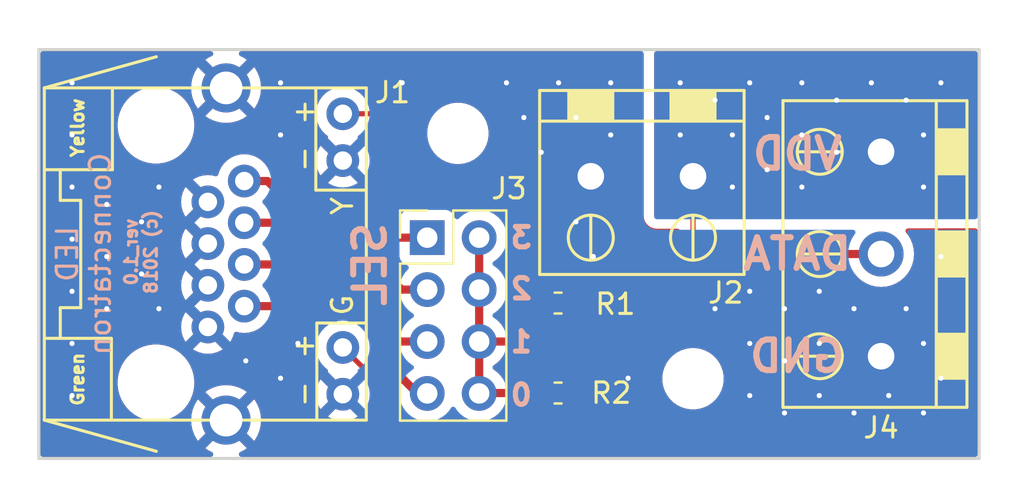
<source format=kicad_pcb>
(kicad_pcb (version 20240108) (generator "pcbnew") (generator_version "8.0")
  (layers (0 "F.Cu" signal) (31 "B.Cu" signal) (34 "B.Paste" user) (35 "F.Paste" user) (36 "B.SilkS" user "B.Silkscreen") (37 "F.SilkS" user "F.Silkscreen") (38 "B.Mask" user) (39 "F.Mask" user) (44 "Edge.Cuts" user))
  (net 0 "")
  (net 1 "GND")
  (net 2 "/D0")
  (net 3 "/D1")
  (net 4 "/D2")
  (net 5 "/D3")
  (net 6 "/DATA")
  (net 7 "VDD")
  (net 8 "Net-(J1-Pad12)")
  (net 9 "Net-(J1-Pad10)")
  (footprint "breakout:RCH-56-31" (layer "F.Cu") (at 92.1 91 -90)
    (property "Reference" "J1" (at -7.9 -9.2 0) (layer "F.SilkS"))
    (property "Value" "RJ45")
    (fp_line (start -8.125 7.83) (end 8.125 7.83) (stroke (width 0.15)) (layer "F.SilkS"))
    (fp_line (start -8.125 7.83) (end -9.65 2.35) (stroke (width 0.15)) (layer "F.SilkS"))
    (fp_line (start 8.125 7.83) (end 9.65 2.35) (stroke (width 0.15)) (layer "F.SilkS"))
    (fp_line (start 8.125 7.83) (end 8.125 -7.92) (stroke (width 0.15)) (layer "F.SilkS"))
    (fp_line (start -2.625 7.05) (end -4.125 7.05) (stroke (width 0.15)) (layer "F.SilkS"))
    (fp_line (start 2.625 7.05) (end 4.125 7.05) (stroke (width 0.15)) (layer "F.SilkS"))
    (fp_line (start -2.625 6.05) (end -2.625 7.05) (stroke (width 0.15)) (layer "F.SilkS"))
    (fp_line (start 2.625 6.05) (end 2.625 7.05) (stroke (width 0.15)) (layer "F.SilkS"))
    (fp_line (start 2.625 6.05) (end -2.625 6.05) (stroke (width 0.15)) (layer "F.SilkS"))
    (fp_line (start 4.125 4.55) (end 4.125 7.8) (stroke (width 0.15)) (layer "F.SilkS"))
    (fp_line (start 8.125 4.55) (end 4.125 4.55) (stroke (width 0.15)) (layer "F.SilkS"))
    (fp_line (start -8.125 4.5) (end -4.125 4.5) (stroke (width 0.15)) (layer "F.SilkS"))
    (fp_line (start -4.125 4.5) (end -4.125 7.8) (stroke (width 0.15)) (layer "F.SilkS"))
    (fp_line (start -8.125 -5.45) (end -3.125 -5.45) (stroke (width 0.15)) (layer "F.SilkS"))
    (fp_line (start -3.125 -5.45) (end -3.125 -7.9) (stroke (width 0.15)) (layer "F.SilkS"))
    (fp_line (start 3.375 -5.5) (end 3.375 -7.9) (stroke (width 0.15)) (layer "F.SilkS"))
    (fp_line (start 8.125 -5.5) (end 3.375 -5.5) (stroke (width 0.15)) (layer "F.SilkS"))
    (fp_line (start -8.125 -7.92) (end -8.125 7.83) (stroke (width 0.15)) (layer "F.SilkS"))
    (fp_line (start 8.125 -7.92) (end -8.125 -7.92) (stroke (width 0.15)) (layer "F.SilkS"))
    (fp_text user "-" (at -4.65 -4.85 -90) (layer "F.SilkS"))
    (fp_text user "Y" (at -2.35 -6.75 -90) (layer "F.SilkS"))
    (fp_text user "Yellow" (at -6.175 6.2 -90) (layer "F.SilkS") (effects (font (size 0.6 0.6))))
    (fp_text user "Green" (at 6.125 6.2 -90) (layer "F.SilkS") (effects (font (size 0.6 0.6))))
    (fp_text user "+" (at -6.95 -4.85 -90) (layer "F.SilkS"))
    (fp_text user "G" (at 2.5 -6.75 -90) (layer "F.SilkS"))
    (fp_text user "+" (at 4.5 -4.85 -90) (layer "F.SilkS"))
    (fp_text user "-" (at 6.85 -4.85 -90) (layer "F.SilkS"))
    (pad "" np_thru_hole circle (at -6.3 2.37 270) (size 3.25 3.25) (drill 3.25) (layers "*.Cu" "*.Mask"))
    (pad "" np_thru_hole circle (at 6.3 2.37 270) (size 3.25 3.25) (drill 3.25) (layers "*.Cu" "*.Mask"))
    (pad "1" thru_hole circle (at 3.57 -0.17 270) (size 1.6 1.6) (drill 0.9) (layers "*.Cu" "*.Mask") (net 1 "GND"))
    (pad "2" thru_hole circle (at 2.55 -1.95 270) (size 1.6 1.6) (drill 0.9) (layers "*.Cu" "*.Mask") (net 2 "/D0"))
    (pad "3" thru_hole circle (at 1.53 -0.17 270) (size 1.6 1.6) (drill 0.9) (layers "*.Cu" "*.Mask") (net 1 "GND"))
    (pad "4" thru_hole circle (at 0.51 -1.95 270) (size 1.6 1.6) (drill 0.9) (layers "*.Cu" "*.Mask") (net 3 "/D1"))
    (pad "5" thru_hole circle (at -0.51 -0.17 270) (size 1.6 1.6) (drill 0.9) (layers "*.Cu" "*.Mask") (net 1 "GND"))
    (pad "6" thru_hole circle (at -1.53 -1.95 270) (size 1.6 1.6) (drill 0.9) (layers "*.Cu" "*.Mask") (net 4 "/D2"))
    (pad "7" thru_hole circle (at -2.55 -0.17 270) (size 1.6 1.6) (drill 0.9) (layers "*.Cu" "*.Mask") (net 1 "GND"))
    (pad "8" thru_hole circle (at -3.57 -1.95 270) (size 1.6 1.6) (drill 0.9) (layers "*.Cu" "*.Mask") (net 5 "/D3"))
    (pad "9" thru_hole circle (at 6.86 -6.77 270) (size 1.6 1.6) (drill 0.9) (layers "*.Cu" "*.Mask") (net 1 "GND"))
    (pad "10" thru_hole circle (at 4.57 -6.77 270) (size 1.6 1.6) (drill 0.9) (layers "*.Cu" "*.Mask") (net 9 "Net-(J1-Pad10)"))
    (pad "11" thru_hole circle (at -4.57 -6.77 270) (size 1.6 1.6) (drill 0.9) (layers "*.Cu" "*.Mask") (net 1 "GND"))
    (pad "12" thru_hole circle (at -6.86 -6.77 270) (size 1.6 1.6) (drill 0.9) (layers "*.Cu" "*.Mask") (net 8 "Net-(J1-Pad12)"))
    (pad "SH" thru_hole circle (at -8.125 -1.06 270) (size 2.4 2.4) (drill 1.6) (layers "*.Cu" "*.Mask") (net 1 "GND"))
    (pad "SH" thru_hole circle (at 8.125 -1.06 270) (size 2.4 2.4) (drill 1.6) (layers "*.Cu" "*.Mask") (net 1 "GND"))
  )
  (footprint "Resistor_SMD:R_0603_1608Metric_Pad1.05x0.95mm_HandSolder" (layer "F.Cu") (at 109.4 97.8 180)
    (property "Reference" "R2" (at -2.6 0 180) (layer "F.SilkS"))
    (property "Value" "220")
    (fp_line (start -0.171267 0.51) (end 0.171267 0.51) (stroke (width 0.12)) (layer "F.SilkS"))
    (fp_line (start -0.171267 -0.51) (end 0.171267 -0.51) (stroke (width 0.12)) (layer "F.SilkS"))
    (pad "1" smd roundrect (at -0.875 0 180) (size 1.05 0.95) (layers "F.Cu" "F.Paste" "F.Mask") (net 9 "Net-(J1-Pad10)"))
    (pad "2" smd roundrect (at 0.875 0 180) (size 1.05 0.95) (layers "F.Cu" "F.Paste" "F.Mask") (net 6 "/DATA"))
  )
  (footprint "Resistor_SMD:R_0603_1608Metric_Pad1.05x0.95mm_HandSolder" (layer "F.Cu") (at 109.4 93.4)
    (property "Reference" "R1" (at 2.8 0.05 0) (layer "F.SilkS"))
    (property "Value" "220")
    (fp_line (start -0.171267 -0.51) (end 0.171267 -0.51) (stroke (width 0.12)) (layer "F.SilkS"))
    (fp_line (start -0.171267 0.51) (end 0.171267 0.51) (stroke (width 0.12)) (layer "F.SilkS"))
    (pad "1" smd roundrect (at -0.875 0) (size 1.05 0.95) (layers "F.Cu" "F.Paste" "F.Mask") (net 8 "Net-(J1-Pad12)"))
    (pad "2" smd roundrect (at 0.875 0) (size 1.05 0.95) (layers "F.Cu" "F.Paste" "F.Mask") (net 7 "VDD"))
  )
  (footprint "MountingHole:MountingHole_2.5mm" (layer "F.Cu") (at 104.5 85.1)
    (property "Reference" "MH2" (hide yes))
    (property "Value" "MountingHole")
    (pad "" np_thru_hole circle (at 0 0) (size 2.5 2.5) (drill 2.5) (layers "*.Cu" "*.Mask"))
  )
  (footprint "breakout:WJ300V-5.0-3P" (layer "F.Cu") (at 125.2 91 90)
    (property "Reference" "J4" (at -8.5 0 180) (layer "F.SilkS"))
    (property "Value" "Screw_Terminal_01x02")
    (fp_line (start -7.5 -4.8) (end 7.5 -4.8) (stroke (width 0.15)) (layer "F.SilkS"))
    (fp_line (start -7.5 -4.8) (end -7.5 4.2) (stroke (width 0.15)) (layer "F.SilkS"))
    (fp_line (start 0 -4.101135) (end 0 -1.898865) (stroke (width 0.15)) (layer "F.SilkS"))
    (fp_line (start 5 -4.1) (end 5 -1.9) (stroke (width 0.15)) (layer "F.SilkS"))
    (fp_line (start -5 -4.1) (end -5 -1.9) (stroke (width 0.15)) (layer "F.SilkS"))
    (fp_line (start -7.5 2.7) (end 7.5 2.7) (stroke (width 0.15)) (layer "F.SilkS"))
    (fp_line (start 7.5 4.2) (end 7.5 -4.8) (stroke (width 0.15)) (layer "F.SilkS"))
    (fp_line (start -7.5 4.2) (end 7.5 4.2) (stroke (width 0.15)) (layer "F.SilkS"))
    (fp_circle (center 5 -3) (end 6.1 -3) (stroke (width 0.15)) (fill none) (layer "F.SilkS"))
    (fp_circle (center 0 -3) (end 1.1 -2.95) (stroke (width 0.15)) (fill none) (layer "F.SilkS"))
    (fp_circle (center -5 -3) (end -6.1 -3) (stroke (width 0.15)) (fill none) (layer "F.SilkS"))
    (fp_poly (pts (xy 3.9 2.7) (xy 6.1 2.7) (xy 6.1 4.2) (xy 3.9 4.2)) (stroke (width 0.1)) (fill solid) (layer "F.SilkS"))
    (fp_poly (pts (xy -1.1 2.7) (xy 1.1 2.7) (xy 1.1 4.2) (xy -1.1 4.2)) (stroke (width 0.1)) (fill solid) (layer "F.SilkS"))
    (fp_poly (pts (xy -6.1 2.7) (xy -3.9 2.7) (xy -3.9 4.2) (xy -6.1 4.2)) (stroke (width 0.1)) (fill solid) (layer "F.SilkS"))
    (pad "1" thru_hole circle (at -5 0 90) (size 2.2 2.2) (drill 1.3) (layers "*.Cu" "*.Mask") (net 1 "GND"))
    (pad "2" thru_hole circle (at 0 0 90) (size 2.2 2.2) (drill 1.3) (layers "*.Cu" "*.Mask") (net 6 "/DATA"))
    (pad "3" thru_hole circle (at 5 0 90) (size 2.2 2.2) (drill 1.3) (layers "*.Cu" "*.Mask") (net 7 "VDD"))
  )
  (footprint "Connector_PinHeader_2.54mm:PinHeader_2x04_P2.54mm_Vertical" (layer "F.Cu") (at 103 90.2)
    (property "Reference" "J3" (at 4 -2.4 0) (layer "F.SilkS"))
    (property "Value" "Conn_02x04_Counter_Clockwise")
    (fp_line (start -1.33 -1.33) (end 0 -1.33) (stroke (width 0.12)) (layer "F.SilkS"))
    (fp_line (start -1.33 0) (end -1.33 -1.33) (stroke (width 0.12)) (layer "F.SilkS"))
    (fp_line (start -1.33 1.27) (end -1.33 8.95) (stroke (width 0.12)) (layer "F.SilkS"))
    (fp_line (start -1.33 1.27) (end 1.27 1.27) (stroke (width 0.12)) (layer "F.SilkS"))
    (fp_line (start -1.33 8.95) (end 3.87 8.95) (stroke (width 0.12)) (layer "F.SilkS"))
    (fp_line (start 1.27 -1.33) (end 3.87 -1.33) (stroke (width 0.12)) (layer "F.SilkS"))
    (fp_line (start 1.27 1.27) (end 1.27 -1.33) (stroke (width 0.12)) (layer "F.SilkS"))
    (fp_line (start 3.87 -1.33) (end 3.87 8.95) (stroke (width 0.12)) (layer "F.SilkS"))
    (pad "1" thru_hole rect (at 0 0) (size 1.7 1.7) (drill 1) (layers "*.Cu" "*.Mask") (net 5 "/D3"))
    (pad "2" thru_hole oval (at 2.54 0) (size 1.7 1.7) (drill 1) (layers "*.Cu" "*.Mask") (net 6 "/DATA"))
    (pad "3" thru_hole oval (at 0 2.54) (size 1.7 1.7) (drill 1) (layers "*.Cu" "*.Mask") (net 4 "/D2"))
    (pad "4" thru_hole oval (at 2.54 2.54) (size 1.7 1.7) (drill 1) (layers "*.Cu" "*.Mask") (net 6 "/DATA"))
    (pad "5" thru_hole oval (at 0 5.08) (size 1.7 1.7) (drill 1) (layers "*.Cu" "*.Mask") (net 3 "/D1"))
    (pad "6" thru_hole oval (at 2.54 5.08) (size 1.7 1.7) (drill 1) (layers "*.Cu" "*.Mask") (net 6 "/DATA"))
    (pad "7" thru_hole oval (at 0 7.62) (size 1.7 1.7) (drill 1) (layers "*.Cu" "*.Mask") (net 2 "/D0"))
    (pad "8" thru_hole oval (at 2.54 7.62) (size 1.7 1.7) (drill 1) (layers "*.Cu" "*.Mask") (net 6 "/DATA"))
  )
  (footprint "breakout:WJ300V-5.0-2P" (layer "F.Cu") (at 113.5 87.2 180)
    (property "Reference" "J2" (at -4.1 -5.7 180) (layer "F.SilkS"))
    (property "Value" "Screw_Terminal_01x02")
    (fp_line (start 5 4.2) (end 5 -4.8) (stroke (width 0.15)) (layer "F.SilkS"))
    (fp_line (start 2.5 -4.101135) (end 2.5 -1.898865) (stroke (width 0.15)) (layer "F.SilkS"))
    (fp_line (start -2.5 -4.1) (end -2.5 -1.9) (stroke (width 0.15)) (layer "F.SilkS"))
    (fp_line (start -5 4.2) (end 5 4.2) (stroke (width 0.15)) (layer "F.SilkS"))
    (fp_line (start -5 2.7) (end 5 2.7) (stroke (width 0.15)) (layer "F.SilkS"))
    (fp_line (start -5 -4.8) (end 5 -4.8) (stroke (width 0.15)) (layer "F.SilkS"))
    (fp_line (start -5 -4.8) (end -5 4.2) (stroke (width 0.15)) (layer "F.SilkS"))
    (fp_circle (center 2.5 -3) (end 3.6 -2.95) (stroke (width 0.15)) (fill none) (layer "F.SilkS"))
    (fp_circle (center -2.5 -3) (end -3.6 -3) (stroke (width 0.15)) (fill none) (layer "F.SilkS"))
    (fp_poly (pts (xy 1.4 2.7) (xy 3.6 2.7) (xy 3.6 4.2) (xy 1.4 4.2)) (stroke (width 0.1)) (fill solid) (layer "F.SilkS"))
    (fp_poly (pts (xy -3.6 2.7) (xy -1.4 2.7) (xy -1.4 4.2) (xy -3.6 4.2)) (stroke (width 0.1)) (fill solid) (layer "F.SilkS"))
    (pad "1" thru_hole circle (at -2.5 0 180) (size 2.2 2.2) (drill 1.3) (layers "*.Cu" "*.Mask") (net 7 "VDD"))
    (pad "2" thru_hole circle (at 2.5 0 180) (size 2.2 2.2) (drill 1.3) (layers "*.Cu" "*.Mask") (net 1 "GND"))
  )
  (footprint "MountingHole:MountingHole_2.5mm" (layer "F.Cu") (at 116 97.1)
    (property "Reference" "MH1" (hide yes))
    (property "Value" "MountingHole")
    (pad "" np_thru_hole circle (at 0 0) (size 2.5 2.5) (drill 2.5) (layers "*.Cu" "*.Mask"))
  )
  (gr_line (start 130 81) (end 130 101) (stroke (width 0.15)) (layer "Edge.Cuts"))
  (gr_line (start 130 101) (end 84 101) (stroke (width 0.15)) (layer "Edge.Cuts"))
  (gr_line (start 84 101) (end 84 81) (stroke (width 0.15)) (layer "Edge.Cuts"))
  (gr_line (start 84 81) (end 130 81) (stroke (width 0.15)) (layer "Edge.Cuts"))
  (gr_text "GND" (at 121.098865 96 0) (layer "B.SilkS") (effects (font (size 1.5 1.5) (thickness 0.3)) (justify mirror)))
  (gr_text "VDD" (at 121.098865 86.1 0) (layer "B.SilkS") (effects (font (size 1.5 1.5) (thickness 0.3)) (justify mirror)))
  (gr_text "DATA" (at 121.098865 91 0) (layer "B.SilkS") (effects (font (size 1.5 1.5) (thickness 0.3)) (justify mirror)))
  (gr_text "1" (at 107.6 95.3 0) (layer "B.SilkS") (effects (font (size 1 1) (thickness 0.25)) (justify mirror)))
  (gr_text "2" (at 107.6 92.7 0) (layer "B.SilkS") (effects (font (size 1 1) (thickness 0.25)) (justify mirror)))
  (gr_text "0" (at 107.6 97.9 0) (layer "B.SilkS") (effects (font (size 1 1) (thickness 0.25)) (justify mirror)))
  (gr_text "3" (at 107.6 90.2 0) (layer "B.SilkS") (effects (font (size 1 1) (thickness 0.25)) (justify mirror)))
  (gr_text "ver_1.0\n(c) 2018" (at 89 90.9 90) (layer "B.SilkS") (effects (font (size 0.6 0.6)) (justify mirror)))
  (gr_text "SEL" (at 100.2 91.5 90) (layer "B.SilkS") (effects (font (size 1.5 1.5) (thickness 0.3)) (justify mirror)))
  (gr_text "LED\nConnectatron" (at 86.2 91 90) (layer "B.SilkS") (effects (font (size 1 1)) (justify mirror)))
  (via (at 95.824999 97.074999) (size 0.6) (drill 0.25) (layers "F.Cu" "B.Cu") (net 1))
  (via (at 127.274999 98.774999) (size 0.6) (drill 0.25) (layers "F.Cu" "B.Cu") (net 1))
  (via (at 128.124999 91.124999) (size 0.6) (drill 0.25) (layers "F.Cu" "B.Cu") (net 1))
  (via (at 85.624999 95.374999) (size 0.6) (drill 0.25) (layers "F.Cu" "B.Cu") (net 1))
  (via (at 122.174999 95.374999) (size 0.6) (drill 0.25) (layers "F.Cu" "B.Cu") (net 1))
  (via (at 85.624999 97.924999) (size 0.6) (drill 0.25) (layers "F.Cu" "B.Cu") (net 1))
  (via (at 85.624999 85.174999) (size 0.6) (drill 0.25) (layers "F.Cu" "B.Cu") (net 1))
  (via (at 96.674999 95.374999) (size 0.6) (drill 0.25) (layers "F.Cu" "B.Cu") (net 1))
  (via (at 126.424999 93.674999) (size 0.6) (drill 0.25) (layers "F.Cu" "B.Cu") (net 1))
  (via (at 122.174999 92.824999) (size 0.6) (drill 0.25) (layers "F.Cu" "B.Cu") (net 1))
  (via (at 95.824999 85.174999) (size 0.6) (drill 0.25) (layers "F.Cu" "B.Cu") (net 1))
  (via (at 89.874999 87.724999) (size 0.6) (drill 0.25) (layers "F.Cu" "B.Cu") (net 1))
  (via (at 89.874999 93.674999) (size 0.6) (drill 0.25) (layers "F.Cu" "B.Cu") (net 1))
  (via (at 87.324999 93.674999) (size 0.6) (drill 0.25) (layers "F.Cu" "B.Cu") (net 1))
  (via (at 123.874999 98.774999) (size 0.6) (drill 0.25) (layers "F.Cu" "B.Cu") (net 1))
  (via (at 85.624999 87.724999) (size 0.6) (drill 0.25) (layers "F.Cu" "B.Cu") (net 1))
  (via (at 85.624999 92.824999) (size 0.6) (drill 0.25) (layers "F.Cu" "B.Cu") (net 1))
  (via (at 109.424999 82.624999) (size 0.6) (drill 0.25) (layers "F.Cu" "B.Cu") (net 1))
  (via (at 111.974999 82.624999) (size 0.6) (drill 0.25) (layers "F.Cu" "B.Cu") (net 1))
  (via (at 87.324999 88.574999) (size 0.6) (drill 0.25) (layers "F.Cu" "B.Cu") (net 1))
  (via (at 111.124999 91.124999) (size 0.6) (drill 0.25) (layers "F.Cu" "B.Cu") (net 1))
  (via (at 110.274999 84.324999) (size 0.6) (drill 0.25) (layers "F.Cu" "B.Cu") (net 1))
  (via (at 117.074999 93.674999) (size 0.6) (drill 0.25) (layers "F.Cu" "B.Cu") (net 1))
  (via (at 94.124999 96.224999) (size 0.6) (drill 0.25) (layers "F.Cu" "B.Cu") (net 1))
  (via (at 118.774999 95.374999) (size 0.6) (drill 0.25) (layers "F.Cu" "B.Cu") (net 1))
  (via (at 123.874999 93.674999) (size 0.6) (drill 0.25) (layers "F.Cu" "B.Cu") (net 1))
  (via (at 120.474999 98.774999) (size 0.6) (drill 0.25) (layers "F.Cu" "B.Cu") (net 1))
  (via (at 118.774999 92.824999) (size 0.6) (drill 0.25) (layers "F.Cu" "B.Cu") (net 1))
  (via (at 101.774999 82.624999) (size 0.6) (drill 0.25) (layers "F.Cu" "B.Cu") (net 1))
  (via (at 122.174999 97.924999) (size 0.6) (drill 0.25) (layers "F.Cu" "B.Cu") (net 1))
  (via (at 107.724999 84.324999) (size 0.6) (drill 0.25) (layers "F.Cu" "B.Cu") (net 1))
  (via (at 87.324999 91.124999) (size 0.6) (drill 0.25) (layers "F.Cu" "B.Cu") (net 1))
  (via (at 118.774999 97.924999) (size 0.6) (drill 0.25) (layers "F.Cu" "B.Cu") (net 1))
  (via (at 120.474999 93.674999) (size 0.6) (drill 0.25) (layers "F.Cu" "B.Cu") (net 1))
  (via (at 85.624999 82.624999) (size 0.6) (drill 0.25) (layers "F.Cu" "B.Cu") (net 1))
  (via (at 112.824999 97.074999) (size 0.6) (drill 0.25) (layers "F.Cu" "B.Cu") (net 1))
  (via (at 127.274999 95.374999) (size 0.6) (drill 0.25) (layers "F.Cu" "B.Cu") (net 1))
  (via (at 85.624999 90.274999) (size 0.6) (drill 0.25) (layers "F.Cu" "B.Cu") (net 1))
  (via (at 110.274999 89.424999) (size 0.6) (drill 0.25) (layers "F.Cu" "B.Cu") (net 1))
  (via (at 108.574999 86.024999) (size 0.6) (drill 0.25) (layers "F.Cu" "B.Cu") (net 1))
  (via (at 111.974999 85.174999) (size 0.6) (drill 0.25) (layers "F.Cu" "B.Cu") (net 1))
  (via (at 95.824999 82.624999) (size 0.6) (drill 0.25) (layers "F.Cu" "B.Cu") (net 1))
  (via (at 120.474999 96.224999) (size 0.6) (drill 0.25) (layers "F.Cu" "B.Cu") (net 1))
  (via (at 125.574999 97.924999) (size 0.6) (drill 0.25) (layers "F.Cu" "B.Cu") (net 1))
  (via (at 89.024999 91.974999) (size 0.6) (drill 0.25) (layers "F.Cu" "B.Cu") (net 1))
  (via (at 106.874999 82.624999) (size 0.6) (drill 0.25) (layers "F.Cu" "B.Cu") (net 1))
  (via (at 89.024999 89.424999) (size 0.6) (drill 0.25) (layers "F.Cu" "B.Cu") (net 1))
  (via (at 128.124999 97.074999) (size 0.6) (drill 0.25) (layers "F.Cu" "B.Cu") (net 1))
  (segment (start 102.52 97.82) (end 103 97.82) (width 0.4) (layer "F.Cu") (net 2))
  (segment (start 94.05 93.55) (end 99.65 93.55) (width 0.4) (layer "F.Cu") (net 2))
  (segment (start 100.5 95.8) (end 102.52 97.82) (width 0.4) (layer "F.Cu") (net 2))
  (segment (start 100.5 94.4) (end 100.5 95.8) (width 0.4) (layer "F.Cu") (net 2))
  (segment (start 99.65 93.55) (end 100.5 94.4) (width 0.4) (layer "F.Cu") (net 2))
  (segment (start 94.05 91.51) (end 98.91 91.51) (width 0.4) (layer "F.Cu") (net 3))
  (segment (start 101.4 94) (end 101.4 95) (width 0.4) (layer "F.Cu") (net 3))
  (segment (start 101.68 95.28) (end 103 95.28) (width 0.4) (layer "F.Cu") (net 3))
  (segment (start 98.91 91.51) (end 101.4 94) (width 0.4) (layer "F.Cu") (net 3))
  (segment (start 101.4 95) (end 101.68 95.28) (width 0.4) (layer "F.Cu") (net 3))
  (segment (start 101.797919 92.74) (end 103 92.74) (width 0.4) (layer "F.Cu") (net 4))
  (segment (start 101.74 92.74) (end 101.797919 92.74) (width 0.4) (layer "F.Cu") (net 4))
  (segment (start 98.47 89.47) (end 101.74 92.74) (width 0.4) (layer "F.Cu") (net 4))
  (segment (start 94.05 89.47) (end 98.47 89.47) (width 0.4) (layer "F.Cu") (net 4))
  (segment (start 101.3 90.2) (end 103 90.2) (width 0.4) (layer "F.Cu") (net 5))
  (segment (start 95.18137 87.43) (end 96.25137 88.5) (width 0.4) (layer "F.Cu") (net 5))
  (segment (start 94.05 87.43) (end 95.18137 87.43) (width 0.4) (layer "F.Cu") (net 5))
  (segment (start 96.25137 88.5) (end 99.6 88.5) (width 0.4) (layer "F.Cu") (net 5))
  (segment (start 99.6 88.5) (end 101.3 90.2) (width 0.4) (layer "F.Cu") (net 5))
  (segment (start 105.56 97.8) (end 105.54 97.82) (width 0.4) (layer "F.Cu") (net 6))
  (segment (start 105.54 92.74) (end 105.54 90.2) (width 0.4) (layer "F.Cu") (net 6))
  (segment (start 108.525 97.8) (end 105.56 97.8) (width 0.4) (layer "F.Cu") (net 6))
  (segment (start 112.42 95.28) (end 116.7 91) (width 0.4) (layer "F.Cu") (net 6))
  (segment (start 105.54 95.28) (end 112.42 95.28) (width 0.4) (layer "F.Cu") (net 6))
  (segment (start 116.7 91) (end 125.2 91) (width 0.4) (layer "F.Cu") (net 6))
  (segment (start 105.54 95.28) (end 105.54 92.74) (width 0.4) (layer "F.Cu") (net 6))
  (segment (start 105.54 97.82) (end 105.54 95.28) (width 0.4) (layer "F.Cu") (net 6))
  (segment (start 116 90.4) (end 116 87.2) (width 0.25) (layer "F.Cu") (net 7))
  (segment (start 110.275 93.4) (end 113 93.4) (width 0.25) (layer "F.Cu") (net 7))
  (segment (start 113 93.4) (end 116 90.4) (width 0.25) (layer "F.Cu") (net 7))
  (via (at 123.024999 86.024999) (size 0.6) (drill 0.25) (layers "F.Cu" "B.Cu") (net 7))
  (via (at 117.924999 87.724999) (size 0.6) (drill 0.25) (layers "F.Cu" "B.Cu") (net 7))
  (via (at 117.074999 83.474999) (size 0.6) (drill 0.25) (layers "F.Cu" "B.Cu") (net 7))
  (via (at 127.274999 85.174999) (size 0.6) (drill 0.25) (layers "F.Cu" "B.Cu") (net 7))
  (via (at 119.624999 84.324999) (size 0.6) (drill 0.25) (layers "F.Cu" "B.Cu") (net 7))
  (via (at 128.124999 82.624999) (size 0.6) (drill 0.25) (layers "F.Cu" "B.Cu") (net 7))
  (via (at 126.424999 83.474999) (size 0.6) (drill 0.25) (layers "F.Cu" "B.Cu") (net 7))
  (via (at 123.024999 83.474999) (size 0.6) (drill 0.25) (layers "F.Cu" "B.Cu") (net 7))
  (via (at 121.324999 85.174999) (size 0.6) (drill 0.25) (layers "F.Cu" "B.Cu") (net 7))
  (via (at 115.374999 85.174999) (size 0.6) (drill 0.25) (layers "F.Cu" "B.Cu") (net 7))
  (via (at 124.724999 82.624999) (size 0.6) (drill 0.25) (layers "F.Cu" "B.Cu") (net 7))
  (via (at 118.774999 82.624999) (size 0.6) (drill 0.25) (layers "F.Cu" "B.Cu") (net 7))
  (via (at 117.924999 85.174999) (size 0.6) (drill 0.25) (layers "F.Cu" "B.Cu") (net 7))
  (via (at 119.624999 86.874999) (size 0.6) (drill 0.25) (layers "F.Cu" "B.Cu") (net 7))
  (via (at 127.274999 87.724999) (size 0.6) (drill 0.25) (layers "F.Cu" "B.Cu") (net 7))
  (via (at 121.324999 82.624999) (size 0.6) (drill 0.25) (layers "F.Cu" "B.Cu") (net 7))
  (via (at 121.324999 87.724999) (size 0.6) (drill 0.25) (layers "F.Cu" "B.Cu") (net 7))
  (via (at 115.374999 82.624999) (size 0.6) (drill 0.25) (layers "F.Cu" "B.Cu") (net 7))
  (segment (start 98.88 84.15) (end 98.87 84.14) (width 0.25) (layer "F.Cu") (net 8))
  (segment (start 101 87.3) (end 101.8 88.1) (width 0.25) (layer "F.Cu") (net 8))
  (segment (start 107.9 88.1) (end 108.525 88.725) (width 0.25) (layer "F.Cu") (net 8))
  (segment (start 98.87 84.14) (end 100.34 84.14) (width 0.25) (layer "F.Cu") (net 8))
  (segment (start 101 84.8) (end 101 87.3) (width 0.25) (layer "F.Cu") (net 8))
  (segment (start 101.8 88.1) (end 107.9 88.1) (width 0.25) (layer "F.Cu") (net 8))
  (segment (start 100.34 84.14) (end 101 84.8) (width 0.25) (layer "F.Cu") (net 8))
  (segment (start 108.525 88.725) (end 108.525 93.4) (width 0.25) (layer "F.Cu") (net 8))
  (segment (start 98.87 95.57) (end 100.4 97.1) (width 0.25) (layer "F.Cu") (net 9))
  (segment (start 100.4 97.1) (end 100.4 98.6) (width 0.25) (layer "F.Cu") (net 9))
  (segment (start 100.4 98.6) (end 101.1 99.3) (width 0.25) (layer "F.Cu") (net 9))
  (segment (start 101.1 99.3) (end 109.875 99.3) (width 0.25) (layer "F.Cu") (net 9))
  (segment (start 110.275 98.9) (end 110.275 97.8) (width 0.25) (layer "F.Cu") (net 9))
  (segment (start 109.875 99.3) (end 110.275 98.9) (width 0.25) (layer "F.Cu") (net 9))
  (zone (net 1) (net_name "GND") (layer "F.Cu") (connect_pads (clearance 0.508)) (min_thickness 0.254) (fill yes (thermal_gap 0.508) (thermal_bridge_width 0.508))
    (polygon (pts (xy 83 80) (xy 131 80) (xy 131 103) (xy 83 103)))
  )
  (zone (net 7) (net_name "VDD") (layer "F.Cu") (priority 2) (connect_pads (clearance 0.508)) (min_thickness 0.254) (fill yes (thermal_gap 0.508) (thermal_bridge_width 0.508))
    (polygon (pts (xy 131.5 78.575) (xy 114.1 78.6) (xy 114.1 89.25) (xy 131.5 89.225)))
  )
  (zone (net 0) (net_name "") (layer "F.Cu") (connect_pads (clearance 0)) (min_thickness 0.254)
    (keepout (tracks allowed) (vias allowed) (pads allowed) (copperpour not_allowed) (footprints allowed))
    (fill (thermal_gap 0.508) (thermal_bridge_width 0.508))
    (polygon (pts (xy 102.1 89.3) (xy 102.1 88.5) (xy 100.7 87.1) (xy 100.6 84.7) (xy 98.9 84.7) (xy 98.9 87.9) (xy 101.4 90.2) (xy 102.1 90.2)))
  )
  (zone (net 7) (net_name "VDD") (layer "B.Cu") (priority 5) (connect_pads (clearance 0.508)) (min_thickness 0.254) (fill yes (thermal_gap 0.508) (thermal_bridge_width 0.508))
    (polygon (pts (xy 114.1 78.6) (xy 132.2 78.6) (xy 132.2 89.3) (xy 114.1 89.3)))
  )
  (zone (net 1) (net_name "GND") (layer "B.Cu") (connect_pads (clearance 0.508)) (min_thickness 0.254) (fill yes (thermal_gap 0.508) (thermal_bridge_width 0.508))
    (polygon (pts (xy 83 80) (xy 131 80) (xy 131 102) (xy 83 102)))
  )
)
</source>
